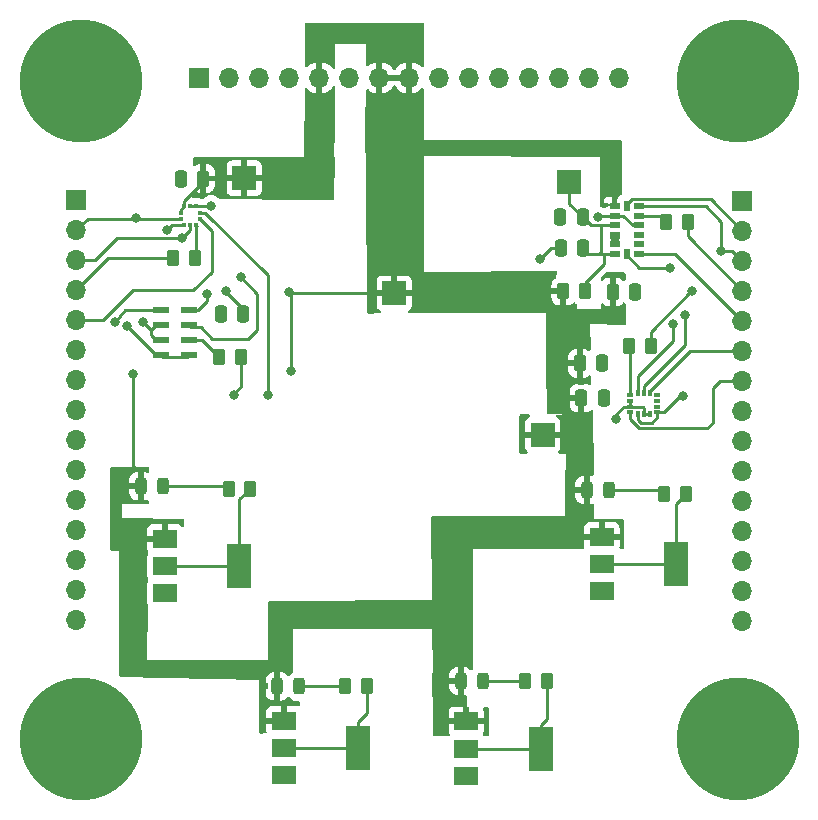
<source format=gbr>
%TF.GenerationSoftware,KiCad,Pcbnew,7.0.7*%
%TF.CreationDate,2024-02-10T01:20:28+05:30*%
%TF.ProjectId,Sensor_Stack,53656e73-6f72-45f5-9374-61636b2e6b69,rev?*%
%TF.SameCoordinates,Original*%
%TF.FileFunction,Copper,L1,Top*%
%TF.FilePolarity,Positive*%
%FSLAX46Y46*%
G04 Gerber Fmt 4.6, Leading zero omitted, Abs format (unit mm)*
G04 Created by KiCad (PCBNEW 7.0.7) date 2024-02-10 01:20:28*
%MOMM*%
%LPD*%
G01*
G04 APERTURE LIST*
G04 Aperture macros list*
%AMRoundRect*
0 Rectangle with rounded corners*
0 $1 Rounding radius*
0 $2 $3 $4 $5 $6 $7 $8 $9 X,Y pos of 4 corners*
0 Add a 4 corners polygon primitive as box body*
4,1,4,$2,$3,$4,$5,$6,$7,$8,$9,$2,$3,0*
0 Add four circle primitives for the rounded corners*
1,1,$1+$1,$2,$3*
1,1,$1+$1,$4,$5*
1,1,$1+$1,$6,$7*
1,1,$1+$1,$8,$9*
0 Add four rect primitives between the rounded corners*
20,1,$1+$1,$2,$3,$4,$5,0*
20,1,$1+$1,$4,$5,$6,$7,0*
20,1,$1+$1,$6,$7,$8,$9,0*
20,1,$1+$1,$8,$9,$2,$3,0*%
G04 Aperture macros list end*
%TA.AperFunction,SMDPad,CuDef*%
%ADD10R,2.000000X2.000000*%
%TD*%
%TA.AperFunction,SMDPad,CuDef*%
%ADD11RoundRect,0.250000X0.250000X0.475000X-0.250000X0.475000X-0.250000X-0.475000X0.250000X-0.475000X0*%
%TD*%
%TA.AperFunction,SMDPad,CuDef*%
%ADD12R,0.610000X0.350000*%
%TD*%
%TA.AperFunction,SMDPad,CuDef*%
%ADD13R,0.350000X0.610000*%
%TD*%
%TA.AperFunction,SMDPad,CuDef*%
%ADD14RoundRect,0.243750X0.243750X0.456250X-0.243750X0.456250X-0.243750X-0.456250X0.243750X-0.456250X0*%
%TD*%
%TA.AperFunction,SMDPad,CuDef*%
%ADD15R,0.400000X0.300000*%
%TD*%
%TA.AperFunction,SMDPad,CuDef*%
%ADD16R,0.300000X0.400000*%
%TD*%
%TA.AperFunction,SMDPad,CuDef*%
%ADD17RoundRect,0.250000X-0.262500X-0.450000X0.262500X-0.450000X0.262500X0.450000X-0.262500X0.450000X0*%
%TD*%
%TA.AperFunction,SMDPad,CuDef*%
%ADD18R,2.000000X1.500000*%
%TD*%
%TA.AperFunction,SMDPad,CuDef*%
%ADD19R,2.000000X3.800000*%
%TD*%
%TA.AperFunction,SMDPad,CuDef*%
%ADD20RoundRect,0.250000X-0.250000X-0.475000X0.250000X-0.475000X0.250000X0.475000X-0.250000X0.475000X0*%
%TD*%
%TA.AperFunction,ComponentPad*%
%ADD21R,1.700000X1.700000*%
%TD*%
%TA.AperFunction,ComponentPad*%
%ADD22O,1.700000X1.700000*%
%TD*%
%TA.AperFunction,ComponentPad*%
%ADD23C,10.400000*%
%TD*%
%TA.AperFunction,SMDPad,CuDef*%
%ADD24R,0.920000X0.610000*%
%TD*%
%TA.AperFunction,SMDPad,CuDef*%
%ADD25R,0.610000X0.920000*%
%TD*%
%TA.AperFunction,SMDPad,CuDef*%
%ADD26RoundRect,0.250000X0.262500X0.450000X-0.262500X0.450000X-0.262500X-0.450000X0.262500X-0.450000X0*%
%TD*%
%TA.AperFunction,SMDPad,CuDef*%
%ADD27RoundRect,0.021200X-0.633800X-0.243800X0.633800X-0.243800X0.633800X0.243800X-0.633800X0.243800X0*%
%TD*%
%TA.AperFunction,ViaPad*%
%ADD28C,0.800000*%
%TD*%
%TA.AperFunction,Conductor*%
%ADD29C,0.250000*%
%TD*%
G04 APERTURE END LIST*
D10*
%TO.P,TP_ADXL,1,1*%
%TO.N,Net-(U4-Vs)*%
X138938000Y-58826400D03*
%TD*%
D11*
%TO.P,C6,1*%
%TO.N,GND*%
X141716800Y-74168000D03*
%TO.P,C6,2*%
%TO.N,3.3V*%
X139816800Y-74168000D03*
%TD*%
%TO.P,C4,1*%
%TO.N,Net-(U4-Vs)*%
X140091200Y-64414400D03*
%TO.P,C4,2*%
%TO.N,GND*%
X138191200Y-64414400D03*
%TD*%
D12*
%TO.P,U5,1,SDO/SA0*%
%TO.N,Net-(U5-SDO{slash}SA0)*%
X144068800Y-76825600D03*
%TO.P,U5,2,SDX*%
%TO.N,GND*%
X144068800Y-77325600D03*
%TO.P,U5,3,SCX*%
X144068800Y-77825600D03*
%TO.P,U5,4,INT1*%
%TO.N,INT_LSM*%
X144068800Y-78325600D03*
D13*
%TO.P,U5,5,VDDIO*%
%TO.N,3.3V*%
X144728800Y-78485600D03*
%TO.P,U5,6,GND*%
%TO.N,GND*%
X145228800Y-78485600D03*
%TO.P,U5,7,GND*%
X145728800Y-78485600D03*
D12*
%TO.P,U5,8,VDD*%
%TO.N,3.3V*%
X146388800Y-78325600D03*
%TO.P,U5,9,INT2*%
%TO.N,unconnected-(U5-INT2-Pad9)*%
X146388800Y-77825600D03*
%TO.P,U5,10,OCS_AUX*%
%TO.N,unconnected-(U5-OCS_AUX-Pad10)*%
X146388800Y-77325600D03*
%TO.P,U5,11,SDO_AUX*%
%TO.N,unconnected-(U5-SDO_AUX-Pad11)*%
X146388800Y-76825600D03*
D13*
%TO.P,U5,12,CS*%
%TO.N,CS_LSM*%
X145728800Y-76665600D03*
%TO.P,U5,13,SCL*%
%TO.N,SCLK_SPI2*%
X145228800Y-76665600D03*
%TO.P,U5,14,SDA*%
%TO.N,MOSI_SPI2*%
X144728800Y-76665600D03*
%TD*%
D14*
%TO.P,LED_LSM,1,K*%
%TO.N,Net-(DS4-K)*%
X131622800Y-101066600D03*
%TO.P,LED_LSM,2,A*%
%TO.N,3.3V*%
X129747800Y-101066600D03*
%TD*%
D15*
%TO.P,U2,1,VDD_IO*%
%TO.N,3.3V*%
X106032400Y-61421200D03*
%TO.P,U2,2,SCL/SPC*%
%TO.N,SCLK_SPI1*%
X106032400Y-61921200D03*
D16*
%TO.P,U2,3,RES*%
%TO.N,GND*%
X106332400Y-62471200D03*
%TO.P,U2,4,SDA/SDI/SDO*%
%TO.N,MOSI_SPI1*%
X106832400Y-62471200D03*
%TO.P,U2,5,SDO/SA0*%
%TO.N,Net-(U2-SDO{slash}SA0)*%
X107332400Y-62471200D03*
D15*
%TO.P,U2,6,CS*%
%TO.N,CS_LPS*%
X107632400Y-61921200D03*
%TO.P,U2,7,INT_DRDY*%
%TO.N,INT_LPS*%
X107632400Y-61421200D03*
D16*
%TO.P,U2,8,GND*%
%TO.N,GND*%
X107332400Y-60871200D03*
%TO.P,U2,9,GND*%
X106832400Y-60871200D03*
%TO.P,U2,10,VDD*%
%TO.N,3.3V*%
X106332400Y-60871200D03*
%TD*%
D17*
%TO.P,R4,1*%
%TO.N,Net-(U4-SDO)*%
X147118700Y-62230000D03*
%TO.P,R4,2*%
%TO.N,MISO_SPI2*%
X148943700Y-62230000D03*
%TD*%
D14*
%TO.P,LED_ADXL,1,K*%
%TO.N,Net-(DS3-K)*%
X116075700Y-101523800D03*
%TO.P,LED_ADXL,2,A*%
%TO.N,3.3V*%
X114200700Y-101523800D03*
%TD*%
D17*
%TO.P,R2,1*%
%TO.N,MISO_SPI1*%
X105411900Y-65278000D03*
%TO.P,R2,2*%
%TO.N,Net-(U2-SDO{slash}SA0)*%
X107236900Y-65278000D03*
%TD*%
D11*
%TO.P,C2,1*%
%TO.N,3.3V*%
X107934800Y-58521600D03*
%TO.P,C2,2*%
%TO.N,GND*%
X106034800Y-58521600D03*
%TD*%
D14*
%TO.P,LED_LPS22,1,K*%
%TO.N,Net-(DS2-K)*%
X142263500Y-84886800D03*
%TO.P,LED_LPS22,2,A*%
%TO.N,3.3V*%
X140388500Y-84886800D03*
%TD*%
D17*
%TO.P,R1,1*%
%TO.N,Net-(U1-SDO)*%
X109272700Y-73629200D03*
%TO.P,R1,2*%
%TO.N,MISO_SPI1*%
X111097700Y-73629200D03*
%TD*%
%TO.P,R3,1*%
%TO.N,3.3V*%
X138421100Y-68072000D03*
%TO.P,R3,2*%
%TO.N,Net-(U4-Vs)*%
X140246100Y-68072000D03*
%TD*%
%TO.P,R9,1*%
%TO.N,Net-(DS4-K)*%
X135180700Y-101066600D03*
%TO.P,R9,2*%
%TO.N,Net-(Q4-C)*%
X137005700Y-101066600D03*
%TD*%
D18*
%TO.P,Q2,1,B*%
%TO.N,3.3V*%
X141680800Y-88886000D03*
%TO.P,Q2,2,C*%
%TO.N,Net-(Q2-C)*%
X141680800Y-91186000D03*
D19*
X147980800Y-91186000D03*
D18*
%TO.P,Q2,3,E*%
%TO.N,GND*%
X141680800Y-93486000D03*
%TD*%
%TO.P,Q4,1,B*%
%TO.N,3.3V*%
X130200000Y-104481600D03*
%TO.P,Q4,2,C*%
%TO.N,Net-(Q4-C)*%
X130200000Y-106781600D03*
D19*
X136500000Y-106781600D03*
D18*
%TO.P,Q4,3,E*%
%TO.N,GND*%
X130200000Y-109081600D03*
%TD*%
D10*
%TO.P,TP_MS5607,1,1*%
%TO.N,3.3V*%
X111404400Y-58496200D03*
%TD*%
D14*
%TO.P,LED_MS5607,1,K*%
%TO.N,Net-(DS1-K)*%
X104518700Y-84582000D03*
%TO.P,LED_MS5607,2,A*%
%TO.N,3.3V*%
X102643700Y-84582000D03*
%TD*%
D17*
%TO.P,R6,1*%
%TO.N,Net-(DS1-K)*%
X110085500Y-84785200D03*
%TO.P,R6,2*%
%TO.N,Net-(Q1-C)*%
X111910500Y-84785200D03*
%TD*%
D20*
%TO.P,C5,1*%
%TO.N,3.3V*%
X142600000Y-68122800D03*
%TO.P,C5,2*%
%TO.N,GND*%
X144500000Y-68122800D03*
%TD*%
D17*
%TO.P,R7,1*%
%TO.N,Net-(DS2-K)*%
X146966700Y-85228400D03*
%TO.P,R7,2*%
%TO.N,Net-(Q2-C)*%
X148791700Y-85228400D03*
%TD*%
D18*
%TO.P,Q3,1,B*%
%TO.N,3.3V*%
X114756800Y-104430800D03*
%TO.P,Q3,2,C*%
%TO.N,Net-(Q3-C)*%
X114756800Y-106730800D03*
D19*
X121056800Y-106730800D03*
D18*
%TO.P,Q3,3,E*%
%TO.N,GND*%
X114756800Y-109030800D03*
%TD*%
D10*
%TO.P,TP_LPS22,1,1*%
%TO.N,3.3V*%
X124104400Y-68249800D03*
%TD*%
D21*
%TO.P,U6,1*%
%TO.N,CS_ADXL*%
X153574400Y-60396200D03*
D22*
%TO.P,U6,2*%
%TO.N,SCLK_SPI2*%
X153574400Y-62936200D03*
%TO.P,U6,3*%
%TO.N,MOSI_SPI2*%
X153574400Y-65476200D03*
%TO.P,U6,4*%
%TO.N,MISO_SPI2*%
X153574400Y-68016200D03*
%TO.P,U6,5*%
%TO.N,INT_ADXL*%
X153574400Y-70556200D03*
%TO.P,U6,6*%
%TO.N,CS_LSM*%
X153574400Y-73096200D03*
%TO.P,U6,7*%
%TO.N,INT_LSM*%
X153574400Y-75636200D03*
%TO.P,U6,8*%
%TO.N,unconnected-(U6-Pad8)*%
X153574400Y-78176200D03*
%TO.P,U6,9*%
%TO.N,unconnected-(U6-Pad9)*%
X153574400Y-80716200D03*
%TO.P,U6,10*%
%TO.N,INT_LPS*%
X153574400Y-83256200D03*
%TO.P,U6,11*%
%TO.N,unconnected-(U6-Pad11)*%
X153574400Y-85796200D03*
%TO.P,U6,12*%
%TO.N,unconnected-(U6-Pad12)*%
X153574400Y-88336200D03*
%TO.P,U6,13*%
%TO.N,unconnected-(U6-Pad13)*%
X153574400Y-90876200D03*
%TO.P,U6,14*%
%TO.N,unconnected-(U6-Pad14)*%
X153574400Y-93416200D03*
%TO.P,U6,15*%
%TO.N,unconnected-(U6-Pad15)*%
X153574400Y-95956200D03*
%TO.P,U6,16*%
%TO.N,unconnected-(U6-Pad16)*%
X97174400Y-95926200D03*
%TO.P,U6,17*%
%TO.N,unconnected-(U6-Pad17)*%
X97174400Y-93386200D03*
%TO.P,U6,18*%
%TO.N,unconnected-(U6-Pad18)*%
X97174400Y-90846200D03*
%TO.P,U6,19*%
%TO.N,unconnected-(U6-Pad19)*%
X97174400Y-88306200D03*
%TO.P,U6,20*%
%TO.N,unconnected-(U6-Pad20)*%
X97174400Y-85766200D03*
%TO.P,U6,21*%
%TO.N,unconnected-(U6-Pad21)*%
X97174400Y-83226200D03*
%TO.P,U6,22*%
%TO.N,unconnected-(U6-Pad22)*%
X97174400Y-80686200D03*
%TO.P,U6,23*%
%TO.N,unconnected-(U6-Pad23)*%
X97174400Y-78146200D03*
%TO.P,U6,24*%
%TO.N,unconnected-(U6-Pad24)*%
X97174400Y-75606200D03*
%TO.P,U6,25*%
%TO.N,unconnected-(U6-Pad25)*%
X97174400Y-73066200D03*
%TO.P,U6,26*%
%TO.N,CS_LPS*%
X97174400Y-70526200D03*
%TO.P,U6,27*%
%TO.N,MISO_SPI1*%
X97174400Y-67986200D03*
%TO.P,U6,28*%
%TO.N,MOSI_SPI1*%
X97174400Y-65446200D03*
%TO.P,U6,29*%
%TO.N,SCLK_SPI1*%
X97174400Y-62906200D03*
D21*
%TO.P,U6,30*%
%TO.N,CS_MS5607*%
X97174400Y-60366200D03*
%TO.P,U6,31*%
%TO.N,unconnected-(U6-Pad31)*%
X107599400Y-49981200D03*
D22*
%TO.P,U6,32*%
%TO.N,unconnected-(U6-Pad32)*%
X110139400Y-49981200D03*
%TO.P,U6,33*%
%TO.N,unconnected-(U6-Pad33)*%
X112679400Y-49981200D03*
%TO.P,U6,34*%
%TO.N,unconnected-(U6-Pad34)*%
X115219400Y-49981200D03*
%TO.P,U6,35*%
%TO.N,3.3V*%
X117759400Y-49981200D03*
%TO.P,U6,36*%
%TO.N,unconnected-(U6-Pad36)*%
X120299400Y-49981200D03*
%TO.P,U6,37*%
%TO.N,3.3V*%
X122839400Y-49981200D03*
%TO.P,U6,38*%
X125379400Y-49981200D03*
%TO.P,U6,39*%
%TO.N,unconnected-(U6-Pad39)*%
X127919400Y-49981200D03*
%TO.P,U6,40*%
%TO.N,unconnected-(U6-Pad40)*%
X130459400Y-49981200D03*
%TO.P,U6,41*%
%TO.N,unconnected-(U6-Pad41)*%
X132999400Y-49981200D03*
%TO.P,U6,42*%
%TO.N,unconnected-(U6-Pad42)*%
X135539400Y-49981200D03*
%TO.P,U6,43*%
%TO.N,unconnected-(U6-Pad43)*%
X138079400Y-49981200D03*
%TO.P,U6,44*%
%TO.N,unconnected-(U6-Pad44)*%
X140619400Y-49981200D03*
%TO.P,U6,45*%
%TO.N,unconnected-(U6-Pad45)*%
X143159400Y-49981200D03*
D23*
%TO.P,U6,49,1*%
%TO.N,GND*%
X153174400Y-105981200D03*
%TO.P,U6,50,1*%
X97574400Y-105981200D03*
%TO.P,U6,51,1*%
X97574400Y-50281200D03*
%TO.P,U6,52,1*%
X153174400Y-50296200D03*
%TD*%
D10*
%TO.P,TP_LSM,1,1*%
%TO.N,3.3V*%
X136677400Y-80213200D03*
%TD*%
D24*
%TO.P,U4,1,Vdd/io*%
%TO.N,3.3V*%
X142788000Y-60871600D03*
%TO.P,U4,2,GND*%
%TO.N,GND*%
X142788000Y-61671600D03*
%TO.P,U4,3,Reserved*%
%TO.N,Net-(U4-Vs)*%
X142788000Y-62471600D03*
%TO.P,U4,4,GND*%
%TO.N,GND*%
X142788000Y-63271600D03*
%TO.P,U4,5,GND*%
X142788000Y-64071600D03*
%TO.P,U4,6,Vs*%
%TO.N,Net-(U4-Vs)*%
X142788000Y-64871600D03*
D25*
%TO.P,U4,7,CS*%
%TO.N,CS_ADXL*%
X143798000Y-64881600D03*
D24*
%TO.P,U4,8,INT1*%
%TO.N,INT_ADXL*%
X144808000Y-64871600D03*
%TO.P,U4,9,INT2*%
%TO.N,unconnected-(U4-INT2-Pad9)*%
X144808000Y-64071600D03*
%TO.P,U4,10,NC*%
%TO.N,unconnected-(U4-NC-Pad10)*%
X144808000Y-63271600D03*
%TO.P,U4,11,Reserved*%
%TO.N,GND*%
X144808000Y-62471600D03*
%TO.P,U4,12,SDO*%
%TO.N,Net-(U4-SDO)*%
X144808000Y-61671600D03*
%TO.P,U4,13,SDA/SDI/SDIO*%
%TO.N,MOSI_SPI2*%
X144808000Y-60871600D03*
D25*
%TO.P,U4,14,SCL/SCLK*%
%TO.N,SCLK_SPI2*%
X143798000Y-60861600D03*
%TD*%
D20*
%TO.P,C7,1*%
%TO.N,3.3V*%
X139952400Y-77106400D03*
%TO.P,C7,2*%
%TO.N,GND*%
X141852400Y-77106400D03*
%TD*%
D11*
%TO.P,C1,1*%
%TO.N,3.3V*%
X111338400Y-70002400D03*
%TO.P,C1,2*%
%TO.N,GND*%
X109438400Y-70002400D03*
%TD*%
%TO.P,C3,1*%
%TO.N,Net-(U4-Vs)*%
X140074400Y-61804800D03*
%TO.P,C3,2*%
%TO.N,GND*%
X138174400Y-61804800D03*
%TD*%
D18*
%TO.P,Q1,1,B*%
%TO.N,3.3V*%
X104698400Y-89038400D03*
%TO.P,Q1,2,C*%
%TO.N,Net-(Q1-C)*%
X104698400Y-91338400D03*
D19*
X110998400Y-91338400D03*
D18*
%TO.P,Q1,3,E*%
%TO.N,GND*%
X104698400Y-93638400D03*
%TD*%
D26*
%TO.P,R5,1*%
%TO.N,MISO_SPI2*%
X145844900Y-72694800D03*
%TO.P,R5,2*%
%TO.N,Net-(U5-SDO{slash}SA0)*%
X144019900Y-72694800D03*
%TD*%
D17*
%TO.P,R8,1*%
%TO.N,Net-(DS3-K)*%
X119964200Y-101523800D03*
%TO.P,R8,2*%
%TO.N,Net-(Q3-C)*%
X121789200Y-101523800D03*
%TD*%
D27*
%TO.P,U1,1,VDD*%
%TO.N,3.3V*%
X104330800Y-69686800D03*
%TO.P,U1,2,PS*%
%TO.N,GND*%
X104330800Y-70936800D03*
%TO.P,U1,3,GND*%
X104330800Y-72186800D03*
%TO.P,U1,4,~{CSB}*%
%TO.N,CS_MS5607*%
X104330800Y-73436800D03*
%TO.P,U1,5,~{CSB}*%
X106730800Y-73436800D03*
%TO.P,U1,6,SDO*%
%TO.N,Net-(U1-SDO)*%
X106730800Y-72186800D03*
%TO.P,U1,7,SDI/SDA*%
%TO.N,MOSI_SPI1*%
X106730800Y-70936800D03*
%TO.P,U1,8,SCLK*%
%TO.N,SCLK_SPI1*%
X106730800Y-69686800D03*
%TD*%
D28*
%TO.N,GND*%
X108610400Y-60833000D03*
X106070400Y-58547000D03*
X141370325Y-61797100D03*
X141732000Y-93573600D03*
X138201400Y-61772800D03*
X104622600Y-93675200D03*
X130225800Y-109143800D03*
X141732000Y-74168000D03*
X109524800Y-69900800D03*
X142900400Y-78841600D03*
X136448800Y-65328800D03*
X114731800Y-109270800D03*
X142798800Y-63550800D03*
X141833600Y-77114400D03*
X102819200Y-70662800D03*
X144526000Y-68173600D03*
X104851200Y-62890400D03*
%TO.N,3.3V*%
X109880400Y-68072000D03*
X115392200Y-74803000D03*
X140157200Y-81584800D03*
X148539200Y-76962000D03*
X100482400Y-70637400D03*
X101955600Y-75082400D03*
X115214400Y-68122800D03*
%TO.N,MISO_SPI1*%
X110540800Y-76809600D03*
%TO.N,CS_MS5607*%
X101447600Y-70967600D03*
%TO.N,MISO_SPI2*%
X149301200Y-68072000D03*
%TO.N,MOSI_SPI1*%
X111099600Y-66852800D03*
X106111800Y-63591800D03*
%TO.N,INT_LPS*%
X113385600Y-76809600D03*
%TO.N,SCLK_SPI1*%
X108254800Y-68275200D03*
X102260400Y-61874400D03*
%TO.N,CS_ADXL*%
X147421600Y-66090800D03*
%TO.N,SCLK_SPI2*%
X148742400Y-70053200D03*
%TO.N,MOSI_SPI2*%
X147675600Y-70866000D03*
X151790400Y-64617600D03*
%TD*%
D29*
%TO.N,GND*%
X141680800Y-93624800D02*
X141732000Y-93573600D01*
X150074000Y-109081600D02*
X153174400Y-105981200D01*
X143513800Y-77825600D02*
X144068800Y-77825600D01*
X104292400Y-94044400D02*
X104622600Y-93714200D01*
X104330800Y-72186800D02*
X103914608Y-72186800D01*
X103914782Y-70936800D02*
X104330800Y-70936800D01*
X130200000Y-109081600D02*
X130225800Y-109143800D01*
X104622600Y-93675200D02*
X104661600Y-93675200D01*
X145123800Y-77825600D02*
X144068800Y-77825600D01*
X143498000Y-61671600D02*
X144298000Y-62471600D01*
X106332400Y-62471200D02*
X105270400Y-62471200D01*
X103914608Y-72186800D02*
X103529060Y-71801252D01*
X142798800Y-63550800D02*
X142788000Y-63561600D01*
X145228800Y-78485600D02*
X145228800Y-77930600D01*
X103529060Y-71322522D02*
X102869338Y-70662800D01*
X137363200Y-64414400D02*
X136448800Y-65328800D01*
X108572200Y-60871200D02*
X108610400Y-60833000D01*
X102869338Y-70662800D02*
X102819200Y-70662800D01*
X103529060Y-71322522D02*
X103914782Y-70936800D01*
X138191200Y-64414400D02*
X137363200Y-64414400D01*
X141495825Y-61671600D02*
X142788000Y-61671600D01*
X106034800Y-58521600D02*
X106009400Y-58521600D01*
X114756800Y-109245800D02*
X114731800Y-109270800D01*
X104622600Y-93714200D02*
X104622600Y-93675200D01*
X141732000Y-93573600D02*
X141680800Y-93522400D01*
X106070400Y-58547000D02*
X106060200Y-58521600D01*
X103529060Y-71801252D02*
X103529060Y-71322522D01*
X100624000Y-109030800D02*
X97574400Y-105981200D01*
X142788000Y-61671600D02*
X143498000Y-61671600D01*
X142900400Y-78841600D02*
X142900400Y-78439000D01*
X105270400Y-62471200D02*
X104851200Y-62890400D01*
X142788000Y-63561600D02*
X142788000Y-64071600D01*
X106009400Y-58521600D02*
X106070400Y-58547000D01*
X141370325Y-61797100D02*
X141495825Y-61671600D01*
X144298000Y-62471600D02*
X144808000Y-62471600D01*
X145228800Y-78485600D02*
X145728800Y-78485600D01*
X114756800Y-109030800D02*
X114756800Y-109245800D01*
X107332400Y-60871200D02*
X108572200Y-60871200D01*
X114756800Y-109295800D02*
X114756800Y-109626000D01*
X142900400Y-78439000D02*
X143513800Y-77825600D01*
X141680800Y-93522400D02*
X141680800Y-93486000D01*
X104661600Y-93675200D02*
X104698400Y-93638400D01*
X144068800Y-77325600D02*
X144068800Y-77825600D01*
X114731800Y-109270800D02*
X114756800Y-109295800D01*
X106060200Y-58521600D02*
X105814800Y-58521600D01*
X142788000Y-63271600D02*
X142788000Y-63540000D01*
X142788000Y-63540000D02*
X142798800Y-63550800D01*
X145228800Y-77930600D02*
X145123800Y-77825600D01*
X106832400Y-60871200D02*
X107332400Y-60871200D01*
%TO.N,3.3V*%
X101306000Y-69686800D02*
X100482400Y-70637400D01*
X115392200Y-68300600D02*
X115214400Y-68122800D01*
X144728800Y-78949914D02*
X145033286Y-79254400D01*
X146388800Y-78325600D02*
X146943800Y-78325600D01*
X148307400Y-76962000D02*
X148539200Y-76962000D01*
X111338400Y-70002400D02*
X111338400Y-69580800D01*
X101955600Y-75082400D02*
X101955600Y-82804000D01*
X101955600Y-82804000D02*
X102311200Y-83159600D01*
X144728800Y-78485600D02*
X144728800Y-78949914D01*
X104330800Y-69686800D02*
X101306000Y-69686800D01*
X106032400Y-61421200D02*
X106032400Y-61171200D01*
X140415600Y-70307200D02*
X139903200Y-70307200D01*
X106332400Y-60421200D02*
X107934800Y-58818800D01*
X145033286Y-79254400D02*
X145885000Y-79254400D01*
X115392200Y-74803000D02*
X115392200Y-68300600D01*
X100482400Y-70637400D02*
X100482400Y-70510400D01*
X148539200Y-76962000D02*
X148488400Y-76962000D01*
X109829600Y-68072000D02*
X109880400Y-68122800D01*
X146388800Y-78750600D02*
X146388800Y-78325600D01*
X111338400Y-69580800D02*
X109880400Y-68122800D01*
X109880400Y-68072000D02*
X109829600Y-68072000D01*
X107934800Y-58818800D02*
X107934800Y-58521600D01*
X115214400Y-68122800D02*
X115341400Y-68249800D01*
X145885000Y-79254400D02*
X146388800Y-78750600D01*
X106332400Y-60871200D02*
X106332400Y-60421200D01*
X109880400Y-68122800D02*
X109880400Y-68072000D01*
X146943800Y-78325600D02*
X148307400Y-76962000D01*
X106032400Y-61171200D02*
X106332400Y-60871200D01*
X115341400Y-68249800D02*
X124104400Y-68249800D01*
X101955600Y-75082400D02*
X101854000Y-74930000D01*
%TO.N,Net-(DS3-K)*%
X116075700Y-101523800D02*
X119964200Y-101523800D01*
%TO.N,Net-(DS4-K)*%
X131622800Y-101066600D02*
X135180700Y-101066600D01*
%TO.N,Net-(Q3-C)*%
X121789200Y-103762800D02*
X121056800Y-104495200D01*
X121056800Y-104495200D02*
X121056800Y-106730800D01*
X121789200Y-101523800D02*
X121789200Y-103762800D01*
X114756800Y-106730800D02*
X121056800Y-106730800D01*
%TO.N,Net-(Q4-C)*%
X130200000Y-106781600D02*
X136500000Y-106781600D01*
X137005700Y-101066600D02*
X137005700Y-104294300D01*
X136500000Y-104800000D02*
X136500000Y-106781600D01*
X137005700Y-104294300D02*
X136500000Y-104800000D01*
%TO.N,MISO_SPI1*%
X99882600Y-65278000D02*
X99877700Y-65282900D01*
X111097700Y-73814300D02*
X110947200Y-73964800D01*
X110540800Y-76708000D02*
X110540800Y-76809600D01*
X111097700Y-76151100D02*
X110540800Y-76708000D01*
X110439200Y-76809600D02*
X110490000Y-76758800D01*
X110540800Y-76809600D02*
X110439200Y-76809600D01*
X111097700Y-73629200D02*
X111097700Y-76151100D01*
X99877700Y-65282900D02*
X97174400Y-67986200D01*
X111097700Y-73629200D02*
X111097700Y-73814300D01*
X105411900Y-65278000D02*
X99882600Y-65278000D01*
%TO.N,CS_MS5607*%
X101447600Y-70968358D02*
X101447600Y-70967600D01*
X106544990Y-73622610D02*
X106730800Y-73436800D01*
X104516610Y-73622610D02*
X106544990Y-73622610D01*
X104330800Y-73436800D02*
X104516610Y-73622610D01*
X103916042Y-73436800D02*
X101447600Y-70968358D01*
X104330800Y-73436800D02*
X103916042Y-73436800D01*
%TO.N,Net-(U1-SDO)*%
X107830300Y-72186800D02*
X106730800Y-72186800D01*
X109272700Y-73629200D02*
X107830300Y-72186800D01*
%TO.N,MISO_SPI2*%
X148943700Y-63385500D02*
X153574400Y-68016200D01*
X149301200Y-68072000D02*
X149301200Y-68021200D01*
X148943700Y-62230000D02*
X148943700Y-63385500D01*
X149250400Y-68072000D02*
X145844900Y-71477500D01*
X149250400Y-68072000D02*
X149301200Y-68072000D01*
X149301200Y-68021200D02*
X149250400Y-68072000D01*
X145844900Y-71477500D02*
X145844900Y-72694800D01*
%TO.N,MOSI_SPI1*%
X100644600Y-63591800D02*
X98790200Y-65446200D01*
X112522000Y-71323200D02*
X112522000Y-68275200D01*
X112522000Y-68275200D02*
X111099600Y-66852800D01*
X106730800Y-70936800D02*
X106918000Y-71124000D01*
X106111800Y-63591800D02*
X100644600Y-63591800D01*
X106832400Y-62871200D02*
X106492600Y-63211000D01*
X106918000Y-71124000D02*
X107700000Y-71124000D01*
X106832400Y-62471200D02*
X106832400Y-62871200D01*
X98790200Y-65446200D02*
X97174400Y-65446200D01*
X108661200Y-72085200D02*
X111760000Y-72085200D01*
X106492600Y-63211000D02*
X106111800Y-63591800D01*
X111760000Y-72085200D02*
X112522000Y-71323200D01*
X107700000Y-71124000D02*
X108661200Y-72085200D01*
%TO.N,Net-(U2-SDO{slash}SA0)*%
X107332400Y-62471200D02*
X107332400Y-65182500D01*
X107389300Y-62528100D02*
X107332400Y-62471200D01*
X107332400Y-65182500D02*
X107236900Y-65278000D01*
%TO.N,INT_LPS*%
X113385600Y-76758800D02*
X113385600Y-76809600D01*
X113385600Y-66724400D02*
X108082400Y-61421200D01*
X108082400Y-61421200D02*
X107632400Y-61421200D01*
X113385600Y-76809600D02*
X113385600Y-66724400D01*
%TO.N,SCLK_SPI1*%
X102260400Y-61874400D02*
X102213600Y-61921200D01*
X107452800Y-69686800D02*
X108254800Y-68884800D01*
X106032400Y-61921200D02*
X102307200Y-61921200D01*
X106730800Y-69686800D02*
X107452800Y-69686800D01*
X102213600Y-61921200D02*
X98159400Y-61921200D01*
X102307200Y-61921200D02*
X102260400Y-61874400D01*
X98159400Y-61921200D02*
X97174400Y-62906200D01*
X108254800Y-68884800D02*
X108254800Y-68275200D01*
%TO.N,CS_ADXL*%
X147421600Y-66090800D02*
X147370800Y-66090800D01*
X144852200Y-66090800D02*
X147421600Y-66090800D01*
X153573400Y-60396200D02*
X153574400Y-60396200D01*
X143798000Y-65036600D02*
X144852200Y-66090800D01*
X143798000Y-64881600D02*
X143798000Y-65036600D01*
%TO.N,SCLK_SPI2*%
X148742400Y-72597000D02*
X148742400Y-70053200D01*
X145228800Y-76110600D02*
X148742400Y-72597000D01*
X145228800Y-76665600D02*
X145228800Y-76110600D01*
X143798000Y-60706600D02*
X144213000Y-60291600D01*
X143798000Y-60861600D02*
X143798000Y-60706600D01*
X150929800Y-60291600D02*
X153574400Y-62936200D01*
X144213000Y-60291600D02*
X150929800Y-60291600D01*
%TO.N,MOSI_SPI2*%
X147675600Y-72319062D02*
X147675600Y-70866000D01*
X151790400Y-62179200D02*
X151790400Y-64617600D01*
X149053462Y-60858400D02*
X150469600Y-60858400D01*
X147675600Y-70866000D02*
X147675600Y-70916800D01*
X144728800Y-75265862D02*
X147675600Y-72319062D01*
X152715800Y-64617600D02*
X153574400Y-65476200D01*
X149040262Y-60871600D02*
X149053462Y-60858400D01*
X144728800Y-76665600D02*
X144728800Y-75265862D01*
X150469600Y-60858400D02*
X151790400Y-62179200D01*
X151790400Y-64617600D02*
X152715800Y-64617600D01*
X144808000Y-60871600D02*
X149040262Y-60871600D01*
%TO.N,INT_ADXL*%
X144808000Y-64871600D02*
X147889800Y-64871600D01*
X147889800Y-64871600D02*
X153574400Y-70556200D01*
%TO.N,CS_LSM*%
X149168200Y-73096200D02*
X153574400Y-73096200D01*
X145728800Y-76535600D02*
X149168200Y-73096200D01*
X145728800Y-76665600D02*
X145728800Y-76535600D01*
%TO.N,INT_LSM*%
X150622000Y-79654400D02*
X151053800Y-79222600D01*
X144068800Y-78855600D02*
X144867600Y-79654400D01*
X151053800Y-76276200D02*
X151693800Y-75636200D01*
X151053800Y-79222600D02*
X151053800Y-76276200D01*
X144068800Y-78325600D02*
X144068800Y-78855600D01*
X151693800Y-75636200D02*
X153574400Y-75636200D01*
X144867600Y-79654400D02*
X150622000Y-79654400D01*
%TO.N,Net-(U4-Vs)*%
X138938000Y-60668400D02*
X140074400Y-61804800D01*
X140741200Y-62471600D02*
X141579600Y-62471600D01*
X141478000Y-64871600D02*
X140548400Y-64871600D01*
X141833600Y-65786000D02*
X141833600Y-64871600D01*
X140246100Y-67373500D02*
X141833600Y-65786000D01*
X141579600Y-62471600D02*
X142788000Y-62471600D01*
X140074400Y-61804800D02*
X140741200Y-62471600D01*
X141579600Y-62471600D02*
X141579600Y-64770000D01*
X141833600Y-64871600D02*
X142788000Y-64871600D01*
X140246100Y-68072000D02*
X140246100Y-67373500D01*
X141579600Y-64770000D02*
X141478000Y-64871600D01*
X141478000Y-64871600D02*
X141833600Y-64871600D01*
X138938000Y-58826400D02*
X138938000Y-60668400D01*
X140548400Y-64871600D02*
X140091200Y-64414400D01*
%TO.N,Net-(U4-SDO)*%
X144808000Y-61671600D02*
X146560300Y-61671600D01*
X146560300Y-61671600D02*
X147118700Y-62230000D01*
%TO.N,Net-(U5-SDO{slash}SA0)*%
X144019900Y-72694800D02*
X144068800Y-72743700D01*
X144068800Y-72743700D02*
X144068800Y-76825600D01*
%TO.N,Net-(DS1-K)*%
X109882300Y-84582000D02*
X110085500Y-84785200D01*
X104981200Y-84582000D02*
X109882300Y-84582000D01*
%TO.N,Net-(DS2-K)*%
X142726000Y-84886800D02*
X146625100Y-84886800D01*
X146625100Y-84886800D02*
X146966700Y-85228400D01*
%TO.N,Net-(Q1-C)*%
X110998400Y-85697300D02*
X110998400Y-91338400D01*
X104698400Y-91338400D02*
X110998400Y-91338400D01*
X111910500Y-84785200D02*
X110998400Y-85697300D01*
%TO.N,Net-(Q2-C)*%
X141680800Y-91186000D02*
X147980800Y-91186000D01*
X147980800Y-91186000D02*
X147980800Y-86039300D01*
X147980800Y-86039300D02*
X148791700Y-85228400D01*
%TO.N,CS_LPS*%
X107632400Y-61921200D02*
X108661200Y-62950000D01*
X108661200Y-62950000D02*
X108661200Y-66395600D01*
X99450600Y-70526200D02*
X97174400Y-70526200D01*
X102006400Y-67970400D02*
X99450600Y-70526200D01*
X107086400Y-67970400D02*
X102006400Y-67970400D01*
X108661200Y-66395600D02*
X107086400Y-67970400D01*
%TD*%
%TA.AperFunction,Conductor*%
%TO.N,3.3V*%
G36*
X118907151Y-60374560D02*
G01*
X118901347Y-60375800D01*
X116587786Y-60375800D01*
X116520747Y-60356115D01*
X116512258Y-60349244D01*
X118907151Y-60374560D01*
G37*
%TD.AperFunction*%
%TA.AperFunction,Conductor*%
G36*
X117936910Y-50480707D02*
G01*
X117989714Y-50526461D01*
X118009399Y-50593501D01*
X118009399Y-51311833D01*
X118222883Y-51254633D01*
X118222892Y-51254629D01*
X118436978Y-51154800D01*
X118630482Y-51019305D01*
X118797508Y-50852279D01*
X118872068Y-50745797D01*
X118926645Y-50702172D01*
X118996143Y-50694978D01*
X119058498Y-50726501D01*
X119093912Y-50786731D01*
X119097639Y-50817870D01*
X119025343Y-60252750D01*
X119025240Y-60253089D01*
X119049800Y-56667400D01*
X116503468Y-56678166D01*
X116502885Y-56337164D01*
X116531033Y-50960729D01*
X116551068Y-50893796D01*
X116604111Y-50848319D01*
X116673320Y-50838737D01*
X116736723Y-50868094D01*
X116742712Y-50873700D01*
X116888317Y-51019305D01*
X117081821Y-51154800D01*
X117295907Y-51254629D01*
X117295916Y-51254633D01*
X117509400Y-51311834D01*
X117509400Y-50593501D01*
X117529085Y-50526462D01*
X117581889Y-50480707D01*
X117651047Y-50470763D01*
X117723637Y-50481200D01*
X117723638Y-50481200D01*
X117795162Y-50481200D01*
X117795163Y-50481200D01*
X117867752Y-50470763D01*
X117936910Y-50480707D01*
G37*
%TD.AperFunction*%
%TA.AperFunction,Conductor*%
G36*
X126562039Y-45333285D02*
G01*
X126607794Y-45386089D01*
X126619000Y-45437600D01*
X126619000Y-48716826D01*
X126599315Y-48783865D01*
X126593600Y-48790974D01*
X126593600Y-48437800D01*
X121742200Y-48437800D01*
X121742200Y-47117000D01*
X119126000Y-47117000D01*
X119110309Y-49164523D01*
X119090112Y-49231410D01*
X119036959Y-49276759D01*
X118967726Y-49286172D01*
X118904395Y-49256661D01*
X118884738Y-49234696D01*
X118797513Y-49110126D01*
X118797508Y-49110120D01*
X118630482Y-48943094D01*
X118436978Y-48807599D01*
X118222892Y-48707770D01*
X118222886Y-48707767D01*
X118009399Y-48650564D01*
X118009399Y-49368898D01*
X117989714Y-49435937D01*
X117936910Y-49481692D01*
X117867753Y-49491636D01*
X117795164Y-49481200D01*
X117795163Y-49481200D01*
X117723637Y-49481200D01*
X117723633Y-49481200D01*
X117651045Y-49491636D01*
X117581887Y-49481692D01*
X117529084Y-49435936D01*
X117509400Y-49368898D01*
X117509400Y-48650564D01*
X117509399Y-48650564D01*
X117295913Y-48707767D01*
X117295907Y-48707770D01*
X117081822Y-48807599D01*
X117081820Y-48807600D01*
X116888326Y-48943086D01*
X116753030Y-49078382D01*
X116691707Y-49111866D01*
X116622015Y-49106882D01*
X116566082Y-49065010D01*
X116541665Y-48999546D01*
X116541351Y-48990065D01*
X116559954Y-45436950D01*
X116579989Y-45370015D01*
X116633032Y-45324537D01*
X116683952Y-45313600D01*
X126495000Y-45313600D01*
X126562039Y-45333285D01*
G37*
%TD.AperFunction*%
%TD*%
%TA.AperFunction,Conductor*%
%TO.N,3.3V*%
G36*
X125556912Y-50480707D02*
G01*
X125609715Y-50526462D01*
X125629400Y-50593501D01*
X125629399Y-51311833D01*
X125842883Y-51254633D01*
X125842892Y-51254629D01*
X126056978Y-51154800D01*
X126250478Y-51019308D01*
X126381917Y-50887868D01*
X126443240Y-50854383D01*
X126512932Y-50859367D01*
X126568866Y-50901238D01*
X126593283Y-50966702D01*
X126593599Y-50975549D01*
X126593599Y-55292870D01*
X126593600Y-55292871D01*
X126593600Y-55292872D01*
X125577600Y-55295800D01*
X125476000Y-55295800D01*
X125501400Y-56591200D01*
X126593600Y-56596384D01*
X126593600Y-66421000D01*
X137802815Y-66370958D01*
X137869940Y-66390343D01*
X137915930Y-66442943D01*
X137926182Y-66512056D01*
X137921611Y-66532297D01*
X137813293Y-66875301D01*
X137814300Y-66878227D01*
X137808092Y-66903600D01*
X136957023Y-66903600D01*
X136956800Y-66852800D01*
X136956800Y-66903600D01*
X136957023Y-66903600D01*
X136970201Y-69908236D01*
X136970200Y-69908236D01*
X136970200Y-69908235D01*
X125368594Y-69941383D01*
X125301499Y-69921891D01*
X125255593Y-69869218D01*
X125245452Y-69800088D01*
X125274295Y-69736449D01*
X125324910Y-69701201D01*
X125346487Y-69693153D01*
X125346493Y-69693150D01*
X125461587Y-69606990D01*
X125461590Y-69606987D01*
X125547750Y-69491893D01*
X125547754Y-69491886D01*
X125597996Y-69357179D01*
X125597998Y-69357172D01*
X125604399Y-69297644D01*
X125604400Y-69297627D01*
X125604400Y-68499800D01*
X122604400Y-68499800D01*
X122604400Y-69297644D01*
X122610801Y-69357172D01*
X122610803Y-69357179D01*
X122661045Y-69491886D01*
X122661049Y-69491893D01*
X122747209Y-69606987D01*
X122747212Y-69606990D01*
X122862306Y-69693150D01*
X122862309Y-69693152D01*
X122903107Y-69708368D01*
X122959041Y-69750239D01*
X122983459Y-69815703D01*
X122968608Y-69883976D01*
X122919204Y-69933382D01*
X122860129Y-69948550D01*
X121916456Y-69951247D01*
X121849361Y-69931755D01*
X121803455Y-69879082D01*
X121792105Y-69828147D01*
X121791902Y-69800088D01*
X121778856Y-67999800D01*
X122604400Y-67999800D01*
X123854400Y-67999800D01*
X123854400Y-66749800D01*
X124354400Y-66749800D01*
X124354400Y-67999800D01*
X125604400Y-67999800D01*
X125604400Y-67201972D01*
X125604399Y-67201955D01*
X125597998Y-67142427D01*
X125597996Y-67142420D01*
X125547754Y-67007713D01*
X125547750Y-67007706D01*
X125461590Y-66892612D01*
X125461587Y-66892609D01*
X125346493Y-66806449D01*
X125346486Y-66806445D01*
X125211779Y-66756203D01*
X125211772Y-66756201D01*
X125152244Y-66749800D01*
X124354400Y-66749800D01*
X123854400Y-66749800D01*
X123056555Y-66749800D01*
X122997027Y-66756201D01*
X122997020Y-66756203D01*
X122862313Y-66806445D01*
X122862306Y-66806449D01*
X122747212Y-66892609D01*
X122747209Y-66892612D01*
X122661049Y-67007706D01*
X122661045Y-67007713D01*
X122610803Y-67142420D01*
X122610801Y-67142427D01*
X122604400Y-67201955D01*
X122604400Y-67999800D01*
X121778856Y-67999800D01*
X121666215Y-52455343D01*
X121679304Y-52398992D01*
X121716800Y-52324000D01*
X121716800Y-51067150D01*
X121736485Y-51000111D01*
X121789289Y-50954356D01*
X121858447Y-50944412D01*
X121922003Y-50973437D01*
X121928481Y-50979469D01*
X121968317Y-51019305D01*
X122161821Y-51154800D01*
X122375907Y-51254629D01*
X122375916Y-51254633D01*
X122589400Y-51311834D01*
X122589400Y-50593501D01*
X122609085Y-50526462D01*
X122661889Y-50480707D01*
X122731047Y-50470763D01*
X122803637Y-50481200D01*
X122803638Y-50481200D01*
X122875162Y-50481200D01*
X122875163Y-50481200D01*
X122947752Y-50470763D01*
X123016910Y-50480707D01*
X123069714Y-50526461D01*
X123089399Y-50593501D01*
X123089398Y-51311833D01*
X123302883Y-51254633D01*
X123302892Y-51254629D01*
X123516978Y-51154800D01*
X123710482Y-51019305D01*
X123877505Y-50852282D01*
X124007825Y-50666168D01*
X124062402Y-50622544D01*
X124131901Y-50615351D01*
X124194255Y-50646873D01*
X124210975Y-50666168D01*
X124341294Y-50852282D01*
X124508317Y-51019305D01*
X124701821Y-51154800D01*
X124915907Y-51254629D01*
X124915916Y-51254633D01*
X125129398Y-51311835D01*
X125129399Y-51311834D01*
X125129399Y-50593501D01*
X125149084Y-50526462D01*
X125201888Y-50480707D01*
X125271046Y-50470763D01*
X125277780Y-50471731D01*
X125343637Y-50481200D01*
X125343638Y-50481200D01*
X125415162Y-50481200D01*
X125415163Y-50481200D01*
X125487753Y-50470763D01*
X125556912Y-50480707D01*
G37*
%TD.AperFunction*%
%TA.AperFunction,Conductor*%
G36*
X139506624Y-69106391D02*
G01*
X139506624Y-69106392D01*
X139540108Y-69167716D01*
X139542831Y-69188823D01*
X139549965Y-69357172D01*
X139557932Y-69545200D01*
X139446000Y-69545200D01*
X139446000Y-69045767D01*
X139506624Y-69106391D01*
G37*
%TD.AperFunction*%
%TA.AperFunction,Conductor*%
G36*
X124833092Y-49750885D02*
G01*
X124878847Y-49803689D01*
X124888791Y-49872847D01*
X124885031Y-49890133D01*
X124879400Y-49909311D01*
X124879400Y-50053088D01*
X124885031Y-50072267D01*
X124885030Y-50142136D01*
X124847255Y-50200914D01*
X124783699Y-50229938D01*
X124766053Y-50231200D01*
X123452747Y-50231200D01*
X123385708Y-50211515D01*
X123339953Y-50158711D01*
X123330009Y-50089553D01*
X123333769Y-50072267D01*
X123339400Y-50053088D01*
X123339400Y-49909311D01*
X123333769Y-49890133D01*
X123333770Y-49820264D01*
X123371545Y-49761486D01*
X123435101Y-49732462D01*
X123452747Y-49731200D01*
X124766053Y-49731200D01*
X124833092Y-49750885D01*
G37*
%TD.AperFunction*%
%TA.AperFunction,Conductor*%
G36*
X126593600Y-48790974D02*
G01*
X126593600Y-48790975D01*
X126593600Y-48986850D01*
X126573915Y-49053889D01*
X126521111Y-49099644D01*
X126451953Y-49109588D01*
X126388397Y-49080563D01*
X126381919Y-49074531D01*
X126250482Y-48943094D01*
X126056978Y-48807599D01*
X125842892Y-48707770D01*
X125842886Y-48707767D01*
X125629400Y-48650564D01*
X125629400Y-49368898D01*
X125609715Y-49435937D01*
X125556911Y-49481692D01*
X125487755Y-49491636D01*
X125415166Y-49481200D01*
X125415163Y-49481200D01*
X125343637Y-49481200D01*
X125343633Y-49481200D01*
X125271044Y-49491636D01*
X125201886Y-49481692D01*
X125149083Y-49435936D01*
X125129399Y-49368898D01*
X125129399Y-48650564D01*
X125129398Y-48650564D01*
X124915905Y-48707770D01*
X124701822Y-48807599D01*
X124701820Y-48807600D01*
X124508326Y-48943086D01*
X124508320Y-48943091D01*
X124341291Y-49110120D01*
X124341290Y-49110122D01*
X124210974Y-49296231D01*
X124156396Y-49339856D01*
X124086898Y-49347048D01*
X124024543Y-49315526D01*
X124007824Y-49296230D01*
X123877513Y-49110126D01*
X123877508Y-49110120D01*
X123710482Y-48943094D01*
X123516978Y-48807599D01*
X123302892Y-48707770D01*
X123302886Y-48707767D01*
X123089399Y-48650564D01*
X123089399Y-49368898D01*
X123069714Y-49435937D01*
X123016910Y-49481692D01*
X122947753Y-49491636D01*
X122875164Y-49481200D01*
X122875163Y-49481200D01*
X122803637Y-49481200D01*
X122803633Y-49481200D01*
X122731045Y-49491636D01*
X122661887Y-49481692D01*
X122609084Y-49435936D01*
X122589400Y-49368898D01*
X122589400Y-48650564D01*
X122589399Y-48650564D01*
X122375913Y-48707767D01*
X122375907Y-48707770D01*
X122161822Y-48807599D01*
X122161820Y-48807600D01*
X121968326Y-48943086D01*
X121968320Y-48943091D01*
X121928481Y-48982931D01*
X121867158Y-49016416D01*
X121797466Y-49011432D01*
X121741533Y-48969560D01*
X121717116Y-48904096D01*
X121716800Y-48895250D01*
X121716800Y-48514562D01*
X121736485Y-48447523D01*
X121742200Y-48440430D01*
X121742200Y-48437800D01*
X126593600Y-48437800D01*
X126593600Y-48790974D01*
G37*
%TD.AperFunction*%
%TD*%
%TA.AperFunction,Conductor*%
%TO.N,3.3V*%
G36*
X103270239Y-82925285D02*
G01*
X103315994Y-82978089D01*
X103327200Y-83029600D01*
X103327200Y-83316228D01*
X103307515Y-83383267D01*
X103254711Y-83429022D01*
X103185553Y-83438966D01*
X103164197Y-83433934D01*
X103038875Y-83392407D01*
X102937015Y-83382000D01*
X102893700Y-83382000D01*
X102893699Y-85781999D01*
X102893700Y-85782000D01*
X102937003Y-85782000D01*
X102937015Y-85781999D01*
X103038873Y-85771592D01*
X103164196Y-85730065D01*
X103234024Y-85727663D01*
X103294066Y-85763395D01*
X103325259Y-85825915D01*
X103327200Y-85847771D01*
X103327200Y-85931200D01*
X103307515Y-85998239D01*
X103254711Y-86043994D01*
X103203200Y-86055200D01*
X101092000Y-86055200D01*
X101092000Y-87299800D01*
X101091999Y-87299800D01*
X101152827Y-87300390D01*
X106201606Y-87349407D01*
X106268449Y-87369741D01*
X106313689Y-87422987D01*
X106324400Y-87473401D01*
X106324400Y-87917739D01*
X106304715Y-87984778D01*
X106251911Y-88030533D01*
X106182753Y-88040477D01*
X106119197Y-88011452D01*
X106101134Y-87992051D01*
X106055587Y-87931209D01*
X105940493Y-87845049D01*
X105940486Y-87845045D01*
X105805779Y-87794803D01*
X105805772Y-87794801D01*
X105746244Y-87788400D01*
X104948400Y-87788400D01*
X104948400Y-89164400D01*
X104928715Y-89231439D01*
X104875911Y-89277194D01*
X104824400Y-89288400D01*
X103250325Y-89288400D01*
X103251000Y-89154000D01*
X100787200Y-89154000D01*
X100787200Y-90068400D01*
X100200000Y-90068400D01*
X100132961Y-90048715D01*
X100087206Y-89995911D01*
X100076000Y-89944400D01*
X100076000Y-88788400D01*
X103198400Y-88788400D01*
X104448400Y-88788400D01*
X104448400Y-87788400D01*
X103650555Y-87788400D01*
X103591027Y-87794801D01*
X103591020Y-87794803D01*
X103456313Y-87845045D01*
X103456306Y-87845049D01*
X103341212Y-87931209D01*
X103341209Y-87931212D01*
X103255049Y-88046306D01*
X103255045Y-88046313D01*
X103204803Y-88181020D01*
X103204801Y-88181027D01*
X103198400Y-88240555D01*
X103198400Y-88788400D01*
X100076000Y-88788400D01*
X100076000Y-84832000D01*
X101656200Y-84832000D01*
X101656200Y-85087815D01*
X101666607Y-85189673D01*
X101721294Y-85354709D01*
X101721296Y-85354714D01*
X101812570Y-85502691D01*
X101935508Y-85625629D01*
X102083485Y-85716903D01*
X102083490Y-85716905D01*
X102248526Y-85771592D01*
X102350384Y-85781999D01*
X102350397Y-85782000D01*
X102393700Y-85782000D01*
X102393700Y-84832000D01*
X101656200Y-84832000D01*
X100076000Y-84832000D01*
X100076000Y-84332000D01*
X101656200Y-84332000D01*
X102393700Y-84332000D01*
X102393700Y-83382000D01*
X102350384Y-83382000D01*
X102248526Y-83392407D01*
X102083490Y-83447094D01*
X102083485Y-83447096D01*
X101935508Y-83538370D01*
X101812570Y-83661308D01*
X101721296Y-83809285D01*
X101721294Y-83809290D01*
X101666607Y-83974326D01*
X101656200Y-84076184D01*
X101656200Y-84332000D01*
X100076000Y-84332000D01*
X100076000Y-83029600D01*
X100095685Y-82962561D01*
X100148489Y-82916806D01*
X100200000Y-82905600D01*
X103203200Y-82905600D01*
X103270239Y-82925285D01*
G37*
%TD.AperFunction*%
%TD*%
%TA.AperFunction,Conductor*%
%TO.N,3.3V*%
G36*
X143326557Y-55264685D02*
G01*
X143372312Y-55317489D01*
X143383517Y-55368481D01*
X143402119Y-59814701D01*
X143382715Y-59881822D01*
X143330103Y-59927798D01*
X143321454Y-59931402D01*
X143250670Y-59957803D01*
X143250669Y-59957803D01*
X143171056Y-60017402D01*
X143138374Y-60041867D01*
X143072912Y-60066284D01*
X143064065Y-60066600D01*
X143038000Y-60066600D01*
X143038000Y-60166936D01*
X143030182Y-60210269D01*
X142998908Y-60294117D01*
X142992501Y-60353716D01*
X142992500Y-60353735D01*
X142992500Y-60742100D01*
X142972815Y-60809139D01*
X142920011Y-60854894D01*
X142868500Y-60866100D01*
X142592861Y-60866100D01*
X142525822Y-60846415D01*
X142480067Y-60793611D01*
X142470123Y-60724453D01*
X142499148Y-60660897D01*
X142505180Y-60654418D01*
X142538000Y-60621598D01*
X142538000Y-60066600D01*
X142280155Y-60066600D01*
X142220627Y-60073001D01*
X142220620Y-60073003D01*
X142085913Y-60123245D01*
X142085906Y-60123249D01*
X141970812Y-60209409D01*
X141970809Y-60209412D01*
X141884649Y-60324506D01*
X141884645Y-60324513D01*
X141834403Y-60459220D01*
X141834401Y-60459227D01*
X141828000Y-60518755D01*
X141828000Y-60621600D01*
X142240929Y-60621600D01*
X142307968Y-60641285D01*
X142353723Y-60694089D01*
X142363667Y-60763247D01*
X142334642Y-60826803D01*
X142275864Y-60864577D01*
X142254182Y-60868890D01*
X142220516Y-60872508D01*
X142085671Y-60922802D01*
X142085669Y-60922804D01*
X141968426Y-61010572D01*
X141902962Y-61034989D01*
X141834689Y-61020137D01*
X141826166Y-61014745D01*
X141823054Y-61012948D01*
X141650132Y-60935957D01*
X141643951Y-60933949D01*
X141644524Y-60932185D01*
X141590922Y-60903234D01*
X141557156Y-60842065D01*
X141554200Y-60815152D01*
X141554200Y-56667400D01*
X126593600Y-56596384D01*
X125501400Y-56591200D01*
X125476000Y-55295800D01*
X125577600Y-55295800D01*
X143205200Y-55245000D01*
X143259518Y-55245000D01*
X143326557Y-55264685D01*
G37*
%TD.AperFunction*%
%TD*%
%TA.AperFunction,Conductor*%
%TO.N,3.3V*%
G36*
X139234054Y-76039084D02*
G01*
X139110084Y-76163054D01*
X139018043Y-76312275D01*
X139018041Y-76312280D01*
X138962894Y-76478702D01*
X138962893Y-76478709D01*
X138952400Y-76581413D01*
X138952400Y-76856400D01*
X140078400Y-76856400D01*
X140145439Y-76876085D01*
X140191194Y-76928889D01*
X140202400Y-76980400D01*
X140202400Y-78331399D01*
X140252372Y-78331399D01*
X140252386Y-78331398D01*
X140355097Y-78320905D01*
X140521519Y-78265758D01*
X140521524Y-78265756D01*
X140670742Y-78173717D01*
X140727314Y-78117145D01*
X140788637Y-78083660D01*
X140858329Y-78088644D01*
X140914263Y-78130515D01*
X140938680Y-78195979D01*
X140938991Y-78203714D01*
X140987316Y-83591857D01*
X140968233Y-83659070D01*
X140915842Y-83705297D01*
X140846775Y-83715860D01*
X140824317Y-83710675D01*
X140783673Y-83697207D01*
X140681815Y-83686800D01*
X140638500Y-83686800D01*
X140638500Y-86086800D01*
X140681803Y-86086800D01*
X140681815Y-86086799D01*
X140783672Y-86076393D01*
X140847455Y-86055257D01*
X140917283Y-86052855D01*
X140977326Y-86088586D01*
X141008519Y-86151106D01*
X141010455Y-86171851D01*
X141020800Y-87325200D01*
X143436800Y-87325200D01*
X143503839Y-87344885D01*
X143549594Y-87397689D01*
X143560800Y-87449200D01*
X143560800Y-89792000D01*
X143541115Y-89859039D01*
X143488311Y-89904794D01*
X143436800Y-89916000D01*
X143288607Y-89916000D01*
X143221568Y-89896315D01*
X143175813Y-89843511D01*
X143165869Y-89774353D01*
X143172424Y-89748669D01*
X143174397Y-89743378D01*
X143174398Y-89743372D01*
X143180799Y-89683844D01*
X143180800Y-89683827D01*
X143180800Y-89136000D01*
X140180800Y-89136000D01*
X140180800Y-89683844D01*
X140187201Y-89743372D01*
X140187202Y-89743378D01*
X140189176Y-89748669D01*
X140194159Y-89818360D01*
X140160673Y-89879683D01*
X140099349Y-89913167D01*
X140072993Y-89916000D01*
X138582400Y-89916000D01*
X138586413Y-88636000D01*
X140180800Y-88636000D01*
X141430800Y-88636000D01*
X141430800Y-87636000D01*
X141930800Y-87636000D01*
X141930800Y-88636000D01*
X143180800Y-88636000D01*
X143180800Y-88088172D01*
X143180799Y-88088155D01*
X143174398Y-88028627D01*
X143174396Y-88028620D01*
X143124154Y-87893913D01*
X143124150Y-87893906D01*
X143037990Y-87778812D01*
X143037987Y-87778809D01*
X142922893Y-87692649D01*
X142922886Y-87692645D01*
X142788179Y-87642403D01*
X142788172Y-87642401D01*
X142728644Y-87636000D01*
X141930800Y-87636000D01*
X141430800Y-87636000D01*
X140632955Y-87636000D01*
X140573427Y-87642401D01*
X140573420Y-87642403D01*
X140438713Y-87692645D01*
X140438706Y-87692649D01*
X140323612Y-87778809D01*
X140323609Y-87778812D01*
X140237449Y-87893906D01*
X140237445Y-87893913D01*
X140187203Y-88028620D01*
X140187201Y-88028627D01*
X140180800Y-88088155D01*
X140180800Y-88636000D01*
X138586413Y-88636000D01*
X138597382Y-85136800D01*
X139401000Y-85136800D01*
X139401000Y-85392615D01*
X139411407Y-85494473D01*
X139466094Y-85659509D01*
X139466096Y-85659514D01*
X139557370Y-85807491D01*
X139680308Y-85930429D01*
X139828285Y-86021703D01*
X139828290Y-86021705D01*
X139993326Y-86076392D01*
X140095184Y-86086799D01*
X140095197Y-86086800D01*
X140138500Y-86086800D01*
X140138500Y-85136800D01*
X139401000Y-85136800D01*
X138597382Y-85136800D01*
X138598949Y-84636800D01*
X139401000Y-84636800D01*
X140138500Y-84636800D01*
X140138500Y-83686800D01*
X140095184Y-83686800D01*
X139993326Y-83697207D01*
X139828290Y-83751894D01*
X139828285Y-83751896D01*
X139680308Y-83843170D01*
X139557370Y-83966108D01*
X139466096Y-84114085D01*
X139466094Y-84114090D01*
X139411407Y-84279126D01*
X139401000Y-84380984D01*
X139401000Y-84636800D01*
X138598949Y-84636800D01*
X138607800Y-81813400D01*
X138082525Y-81813400D01*
X138015486Y-81793715D01*
X137969731Y-81740911D01*
X137959787Y-81671753D01*
X137988812Y-81608197D01*
X138008213Y-81590134D01*
X138034590Y-81570387D01*
X138120750Y-81455293D01*
X138120754Y-81455286D01*
X138170996Y-81320579D01*
X138170998Y-81320572D01*
X138177399Y-81261044D01*
X138177400Y-81261027D01*
X138177400Y-80463200D01*
X135177400Y-80463200D01*
X135177400Y-81261044D01*
X135183801Y-81320572D01*
X135183803Y-81320579D01*
X135234045Y-81455286D01*
X135234049Y-81455293D01*
X135320209Y-81570387D01*
X135346587Y-81590134D01*
X135388457Y-81646068D01*
X135393441Y-81715760D01*
X135359955Y-81777082D01*
X135298632Y-81810567D01*
X135272275Y-81813400D01*
X134820200Y-81813400D01*
X134753161Y-81793715D01*
X134707406Y-81740911D01*
X134696200Y-81689400D01*
X134696200Y-78610876D01*
X134715885Y-78543837D01*
X134768689Y-78498082D01*
X134821071Y-78486879D01*
X135494851Y-78491624D01*
X135561749Y-78511780D01*
X135607131Y-78564905D01*
X135616588Y-78634132D01*
X135587116Y-78697482D01*
X135537310Y-78731803D01*
X135435313Y-78769845D01*
X135435306Y-78769849D01*
X135320212Y-78856009D01*
X135320209Y-78856012D01*
X135234049Y-78971106D01*
X135234045Y-78971113D01*
X135183803Y-79105820D01*
X135183801Y-79105827D01*
X135177400Y-79165355D01*
X135177400Y-79963200D01*
X138177400Y-79963200D01*
X138177400Y-79165372D01*
X138177399Y-79165355D01*
X138170998Y-79105827D01*
X138170996Y-79105820D01*
X138120754Y-78971113D01*
X138120750Y-78971106D01*
X138034590Y-78856012D01*
X138034587Y-78856009D01*
X137919493Y-78769849D01*
X137919486Y-78769845D01*
X137863039Y-78748792D01*
X137807105Y-78706921D01*
X137782688Y-78641456D01*
X137797540Y-78573183D01*
X137846945Y-78523778D01*
X137907245Y-78508613D01*
X138302999Y-78511400D01*
X138302999Y-78511399D01*
X138303000Y-78511400D01*
X138315031Y-77356400D01*
X138952401Y-77356400D01*
X138952401Y-77631386D01*
X138962894Y-77734097D01*
X139018041Y-77900519D01*
X139018043Y-77900524D01*
X139110084Y-78049745D01*
X139234054Y-78173715D01*
X139383275Y-78265756D01*
X139383280Y-78265758D01*
X139549702Y-78320905D01*
X139549709Y-78320906D01*
X139652419Y-78331399D01*
X139702399Y-78331398D01*
X139702400Y-78331398D01*
X139702400Y-77356400D01*
X138952401Y-77356400D01*
X138315031Y-77356400D01*
X138328400Y-76073000D01*
X139090400Y-75996800D01*
X139302608Y-75996800D01*
X139234054Y-76039084D01*
G37*
%TD.AperFunction*%
%TD*%
%TA.AperFunction,Conductor*%
%TO.N,3.3V*%
G36*
X103250325Y-89288400D02*
G01*
X103198400Y-89288400D01*
X103198400Y-89836244D01*
X103204801Y-89895772D01*
X103204803Y-89895780D01*
X103238777Y-89986869D01*
X103246593Y-90030825D01*
X103244988Y-90350093D01*
X103237172Y-90392802D01*
X103204309Y-90480914D01*
X103204308Y-90480916D01*
X103197901Y-90540516D01*
X103197900Y-90540535D01*
X103197900Y-92136270D01*
X103197901Y-92136276D01*
X103204308Y-92195881D01*
X103227366Y-92257704D01*
X103235181Y-92301658D01*
X103233273Y-92681503D01*
X103225458Y-92724211D01*
X103204308Y-92780917D01*
X103197901Y-92840516D01*
X103197900Y-92840535D01*
X103197900Y-94436270D01*
X103197901Y-94436276D01*
X103204308Y-94495883D01*
X103215962Y-94527129D01*
X103223777Y-94571082D01*
X103200199Y-99263200D01*
X103210758Y-99263222D01*
X113421384Y-99284854D01*
X113417570Y-100555107D01*
X113369570Y-100603108D01*
X113278296Y-100751085D01*
X113278294Y-100751090D01*
X113223607Y-100916126D01*
X113213200Y-101017984D01*
X113213200Y-101273800D01*
X113415412Y-101273800D01*
X113413911Y-101773800D01*
X113213200Y-101773800D01*
X113213200Y-102029615D01*
X113223607Y-102131473D01*
X113278294Y-102296509D01*
X113278296Y-102296514D01*
X113369570Y-102444491D01*
X113411769Y-102486690D01*
X113411000Y-102743000D01*
X115417600Y-102743000D01*
X115979400Y-102743000D01*
X116046439Y-102762685D01*
X116092194Y-102815489D01*
X116103400Y-102867000D01*
X116103400Y-103097833D01*
X116083715Y-103164872D01*
X116030911Y-103210627D01*
X115961753Y-103220571D01*
X115936067Y-103214015D01*
X115864180Y-103187203D01*
X115864172Y-103187201D01*
X115804644Y-103180800D01*
X115006800Y-103180800D01*
X115006800Y-104556800D01*
X114987115Y-104623839D01*
X114934311Y-104669594D01*
X114882800Y-104680800D01*
X113256800Y-104680800D01*
X113256800Y-105228644D01*
X113263201Y-105288172D01*
X113263202Y-105288176D01*
X113282702Y-105340456D01*
X113287686Y-105410147D01*
X113254202Y-105471471D01*
X113192879Y-105504956D01*
X113167432Y-105507787D01*
X112773003Y-105510688D01*
X112705821Y-105491497D01*
X112659679Y-105439031D01*
X112648094Y-105387599D01*
X112639286Y-104180800D01*
X113256800Y-104180800D01*
X114506800Y-104180800D01*
X114506800Y-103180800D01*
X113708955Y-103180800D01*
X113649427Y-103187201D01*
X113649420Y-103187203D01*
X113514713Y-103237445D01*
X113514706Y-103237449D01*
X113399612Y-103323609D01*
X113399609Y-103323612D01*
X113313449Y-103438706D01*
X113313445Y-103438713D01*
X113263203Y-103573420D01*
X113263201Y-103573427D01*
X113256800Y-103632955D01*
X113256800Y-104180800D01*
X112639286Y-104180800D01*
X112623600Y-102031800D01*
X112623600Y-100990400D01*
X112623599Y-100990399D01*
X100908008Y-100688710D01*
X100841497Y-100667306D01*
X100797117Y-100613342D01*
X100787200Y-100564751D01*
X100787200Y-90068400D01*
X100787200Y-89154000D01*
X103251000Y-89154000D01*
X103250325Y-89288400D01*
G37*
%TD.AperFunction*%
%TD*%
%TA.AperFunction,Conductor*%
%TO.N,3.3V*%
G36*
X143632232Y-66491485D02*
G01*
X143677987Y-66544289D01*
X143689185Y-66594399D01*
X143694772Y-67088888D01*
X143675846Y-67156146D01*
X143658468Y-67177963D01*
X143657290Y-67179140D01*
X143657284Y-67179147D01*
X143655243Y-67182458D01*
X143653249Y-67184250D01*
X143652806Y-67184812D01*
X143652710Y-67184736D01*
X143603295Y-67229181D01*
X143534332Y-67240402D01*
X143470250Y-67212558D01*
X143444168Y-67182456D01*
X143442319Y-67179459D01*
X143442316Y-67179455D01*
X143318345Y-67055484D01*
X143169124Y-66963443D01*
X143169119Y-66963441D01*
X143002697Y-66908294D01*
X143002690Y-66908293D01*
X142899986Y-66897800D01*
X142850000Y-66897800D01*
X142850000Y-69347799D01*
X142899972Y-69347799D01*
X142899986Y-69347798D01*
X143002697Y-69337305D01*
X143169119Y-69282158D01*
X143169124Y-69282156D01*
X143318345Y-69190115D01*
X143442318Y-69066142D01*
X143444165Y-69063148D01*
X143445969Y-69061524D01*
X143446798Y-69060477D01*
X143446976Y-69060618D01*
X143496110Y-69016421D01*
X143565073Y-69005196D01*
X143629156Y-69033036D01*
X143655243Y-69063141D01*
X143657288Y-69066456D01*
X143657289Y-69066457D01*
X143682061Y-69091229D01*
X143715546Y-69152552D01*
X143718372Y-69177509D01*
X143737135Y-70838004D01*
X143718209Y-70905262D01*
X143665926Y-70951610D01*
X143609066Y-70963338D01*
X140687734Y-70867241D01*
X140687734Y-70867242D01*
X139877800Y-70840600D01*
X139877800Y-69570600D01*
X140436600Y-69570600D01*
X141579600Y-69570600D01*
X141579600Y-69187422D01*
X141599285Y-69120383D01*
X141652089Y-69074628D01*
X141721247Y-69064684D01*
X141784803Y-69093709D01*
X141791282Y-69099741D01*
X141881657Y-69190117D01*
X142030875Y-69282156D01*
X142030880Y-69282158D01*
X142197302Y-69337305D01*
X142197309Y-69337306D01*
X142300019Y-69347799D01*
X142349999Y-69347798D01*
X142350000Y-69347798D01*
X142350000Y-66897800D01*
X142349999Y-66897799D01*
X142300029Y-66897800D01*
X142300011Y-66897801D01*
X142197302Y-66908294D01*
X142030880Y-66963441D01*
X142030875Y-66963443D01*
X141881654Y-67055484D01*
X141791281Y-67145858D01*
X141729958Y-67179343D01*
X141660266Y-67174359D01*
X141604333Y-67132487D01*
X141579916Y-67067023D01*
X141579600Y-67058177D01*
X141579600Y-66975951D01*
X141599285Y-66908912D01*
X141615915Y-66888273D01*
X141870717Y-66633473D01*
X141996072Y-66508119D01*
X142057395Y-66474634D01*
X142083753Y-66471800D01*
X143565193Y-66471800D01*
X143632232Y-66491485D01*
G37*
%TD.AperFunction*%
%TD*%
%TA.AperFunction,Conductor*%
%TO.N,3.3V*%
G36*
X129057400Y-96647000D02*
G01*
X127294561Y-96643698D01*
X115493800Y-96621600D01*
X115493800Y-100332476D01*
X115474115Y-100399515D01*
X115434899Y-100438014D01*
X115367195Y-100479775D01*
X115244170Y-100602801D01*
X115244167Y-100602805D01*
X115243434Y-100603994D01*
X115242719Y-100604636D01*
X115239693Y-100608464D01*
X115239038Y-100607946D01*
X115191480Y-100650711D01*
X115122516Y-100661923D01*
X115058438Y-100634071D01*
X115036438Y-100608677D01*
X115036312Y-100608777D01*
X115034085Y-100605961D01*
X115032363Y-100603973D01*
X115031830Y-100603109D01*
X114908891Y-100480170D01*
X114760914Y-100388896D01*
X114760909Y-100388894D01*
X114595873Y-100334207D01*
X114494015Y-100323800D01*
X114450700Y-100323800D01*
X114450699Y-102723800D01*
X114494003Y-102723800D01*
X114494015Y-102723799D01*
X114595873Y-102713392D01*
X114760909Y-102658705D01*
X114760914Y-102658703D01*
X114908891Y-102567429D01*
X115031828Y-102444492D01*
X115032359Y-102443632D01*
X115032880Y-102443163D01*
X115036312Y-102438823D01*
X115037053Y-102439408D01*
X115084301Y-102396902D01*
X115153263Y-102385672D01*
X115217348Y-102413508D01*
X115239613Y-102439198D01*
X115239693Y-102439136D01*
X115241090Y-102440903D01*
X115243438Y-102443612D01*
X115244168Y-102444795D01*
X115244174Y-102444803D01*
X115367197Y-102567826D01*
X115434899Y-102609585D01*
X115481621Y-102661531D01*
X115493800Y-102715121D01*
X115493800Y-102743000D01*
X113411000Y-102743000D01*
X113411769Y-102486690D01*
X113492508Y-102567429D01*
X113640485Y-102658703D01*
X113640490Y-102658705D01*
X113805526Y-102713392D01*
X113907384Y-102723799D01*
X113907397Y-102723800D01*
X113950700Y-102723800D01*
X113950700Y-100323800D01*
X113907384Y-100323800D01*
X113805526Y-100334207D01*
X113640490Y-100388894D01*
X113640485Y-100388896D01*
X113492511Y-100480168D01*
X113417570Y-100555108D01*
X113436030Y-94407992D01*
X113455915Y-94341013D01*
X113508857Y-94295416D01*
X113559588Y-94284367D01*
X127889000Y-94234000D01*
X129159000Y-94208600D01*
X129057400Y-96647000D01*
G37*
%TD.AperFunction*%
%TD*%
%TA.AperFunction,Conductor*%
%TO.N,3.3V*%
G36*
X138591169Y-87118635D02*
G01*
X138582400Y-89916000D01*
X130759200Y-89916000D01*
X130759200Y-100026817D01*
X130739515Y-100093856D01*
X130686711Y-100139611D01*
X130617553Y-100149555D01*
X130553997Y-100120530D01*
X130547519Y-100114498D01*
X130455991Y-100022970D01*
X130308014Y-99931696D01*
X130308009Y-99931694D01*
X130251200Y-99912869D01*
X130251200Y-98450400D01*
X127355600Y-98450400D01*
X127355600Y-102412800D01*
X127342422Y-102399622D01*
X127308937Y-102338299D01*
X127306113Y-102310351D01*
X127355600Y-98450400D01*
X127355598Y-98450420D01*
X127355843Y-98431331D01*
X127353741Y-98430603D01*
X127310571Y-98375665D01*
X127301707Y-98330148D01*
X127294560Y-96643698D01*
X129057400Y-96647000D01*
X129159000Y-94208600D01*
X127889000Y-94234000D01*
X127284359Y-94236125D01*
X127254529Y-87196244D01*
X127273929Y-87129125D01*
X127326539Y-87083147D01*
X127379046Y-87071723D01*
X138591169Y-87118635D01*
G37*
%TD.AperFunction*%
%TD*%
%TA.AperFunction,Conductor*%
%TO.N,3.3V*%
G36*
X137797695Y-66946095D02*
G01*
X137755526Y-66989423D01*
X137690259Y-67029680D01*
X137690255Y-67029683D01*
X137566284Y-67153654D01*
X137474243Y-67302875D01*
X137474241Y-67302880D01*
X137419094Y-67469302D01*
X137419093Y-67469309D01*
X137408600Y-67572013D01*
X137408600Y-67822000D01*
X138547100Y-67822000D01*
X138614139Y-67841685D01*
X138659894Y-67894489D01*
X138671100Y-67946000D01*
X138671100Y-69271999D01*
X138733572Y-69271999D01*
X138733586Y-69271998D01*
X138836297Y-69261505D01*
X139002719Y-69206358D01*
X139002724Y-69206356D01*
X139151942Y-69114317D01*
X139245564Y-69020695D01*
X139306887Y-68987210D01*
X139376579Y-68992194D01*
X139420925Y-69020693D01*
X139446000Y-69045768D01*
X139446000Y-69545200D01*
X139557932Y-69545200D01*
X140589052Y-69545200D01*
X140656091Y-69564885D01*
X140663245Y-69570600D01*
X140436600Y-69570600D01*
X139877800Y-69570600D01*
X139877800Y-70840600D01*
X140687734Y-70867242D01*
X140723965Y-72992872D01*
X140705426Y-73060237D01*
X140653409Y-73106885D01*
X140584430Y-73118006D01*
X140534886Y-73100524D01*
X140385924Y-73008643D01*
X140385919Y-73008641D01*
X140219497Y-72953494D01*
X140219490Y-72953493D01*
X140116786Y-72943000D01*
X140066800Y-72943000D01*
X140066800Y-75392999D01*
X140116772Y-75392999D01*
X140116786Y-75392998D01*
X140219497Y-75382505D01*
X140385919Y-75327358D01*
X140385924Y-75327356D01*
X140535144Y-75235316D01*
X140551701Y-75218759D01*
X140613023Y-75185272D01*
X140682715Y-75190255D01*
X140738649Y-75232125D01*
X140763068Y-75297589D01*
X140763366Y-75304325D01*
X140773144Y-75877967D01*
X140754605Y-75945332D01*
X140702588Y-75991980D01*
X140672692Y-75996800D01*
X140615752Y-75996800D01*
X140584066Y-75985619D01*
X140521528Y-75947045D01*
X140521519Y-75947041D01*
X140355097Y-75891894D01*
X140355090Y-75891893D01*
X140252386Y-75881400D01*
X140202400Y-75881400D01*
X140202400Y-75996800D01*
X139702400Y-75996800D01*
X139702400Y-75881400D01*
X139702399Y-75881399D01*
X139652429Y-75881400D01*
X139652411Y-75881401D01*
X139549702Y-75891894D01*
X139383280Y-75947041D01*
X139383275Y-75947043D01*
X139302607Y-75996800D01*
X139090400Y-75996800D01*
X138328400Y-76073000D01*
X138303613Y-78452480D01*
X138303613Y-78452479D01*
X137129411Y-78436824D01*
X137062640Y-78416247D01*
X137017593Y-78362838D01*
X137007065Y-78313382D01*
X136989980Y-74418000D01*
X138816801Y-74418000D01*
X138816801Y-74692986D01*
X138827294Y-74795697D01*
X138882441Y-74962119D01*
X138882443Y-74962124D01*
X138974484Y-75111345D01*
X139098454Y-75235315D01*
X139247675Y-75327356D01*
X139247680Y-75327358D01*
X139414102Y-75382505D01*
X139414109Y-75382506D01*
X139516819Y-75392999D01*
X139566799Y-75392998D01*
X139566800Y-75392998D01*
X139566800Y-74418000D01*
X138816801Y-74418000D01*
X136989980Y-74418000D01*
X136987787Y-73918000D01*
X138816800Y-73918000D01*
X139566800Y-73918000D01*
X139566800Y-72943000D01*
X139566799Y-72942999D01*
X139516829Y-72943000D01*
X139516811Y-72943001D01*
X139414102Y-72953494D01*
X139247680Y-73008641D01*
X139247675Y-73008643D01*
X139098454Y-73100684D01*
X138974484Y-73224654D01*
X138882443Y-73373875D01*
X138882441Y-73373880D01*
X138827294Y-73540302D01*
X138827293Y-73540309D01*
X138816800Y-73643013D01*
X138816800Y-73918000D01*
X136987787Y-73918000D01*
X136970201Y-69908236D01*
X136963244Y-68322000D01*
X137408601Y-68322000D01*
X137408601Y-68571986D01*
X137419094Y-68674697D01*
X137474241Y-68841119D01*
X137474243Y-68841124D01*
X137566284Y-68990345D01*
X137690254Y-69114315D01*
X137839475Y-69206356D01*
X137839480Y-69206358D01*
X138005902Y-69261505D01*
X138005909Y-69261506D01*
X138108619Y-69271999D01*
X138171099Y-69271998D01*
X138171100Y-69271998D01*
X138171100Y-68322000D01*
X137408601Y-68322000D01*
X136963244Y-68322000D01*
X136957023Y-66903600D01*
X137808092Y-66903600D01*
X137797695Y-66946095D01*
G37*
%TD.AperFunction*%
%TA.AperFunction,Conductor*%
G36*
X136957023Y-66903600D02*
G01*
X136956800Y-66903600D01*
X136956800Y-66852800D01*
X136957023Y-66903600D01*
G37*
%TD.AperFunction*%
%TD*%
%TA.AperFunction,Conductor*%
%TO.N,3.3V*%
G36*
X130251200Y-99912869D02*
G01*
X130142973Y-99877007D01*
X130041115Y-99866600D01*
X129997800Y-99866600D01*
X129997800Y-102266600D01*
X130041103Y-102266600D01*
X130041115Y-102266599D01*
X130114597Y-102259092D01*
X130183290Y-102271861D01*
X130234175Y-102319741D01*
X130251200Y-102382449D01*
X130251200Y-103276400D01*
X130441472Y-103276400D01*
X130450000Y-103315600D01*
X130450000Y-104231600D01*
X131700000Y-104231600D01*
X131700000Y-103683772D01*
X131699999Y-103683755D01*
X131693598Y-103624227D01*
X131693596Y-103624220D01*
X131643354Y-103489513D01*
X131643350Y-103489506D01*
X131632274Y-103474710D01*
X131607857Y-103409246D01*
X131622709Y-103340973D01*
X131672115Y-103291568D01*
X131731541Y-103276400D01*
X132006800Y-103276400D01*
X132073839Y-103296085D01*
X132119594Y-103348889D01*
X132130800Y-103400400D01*
X132130800Y-105592111D01*
X132111115Y-105659150D01*
X132058311Y-105704905D01*
X132008119Y-105716104D01*
X131708531Y-105719291D01*
X131641286Y-105700321D01*
X131594972Y-105648006D01*
X131584293Y-105578958D01*
X131607946Y-105520986D01*
X131643352Y-105473689D01*
X131643354Y-105473686D01*
X131693596Y-105338979D01*
X131693598Y-105338972D01*
X131699999Y-105279444D01*
X131700000Y-105279427D01*
X131700000Y-104731600D01*
X128700000Y-104731600D01*
X128700000Y-105279444D01*
X128706401Y-105338972D01*
X128706403Y-105338979D01*
X128756645Y-105473686D01*
X128756647Y-105473688D01*
X128815871Y-105552802D01*
X128840288Y-105618266D01*
X128825437Y-105686539D01*
X128776031Y-105735945D01*
X128717923Y-105751106D01*
X127480918Y-105764266D01*
X127413673Y-105745296D01*
X127367359Y-105692981D01*
X127355600Y-105640277D01*
X127355600Y-104231600D01*
X128700000Y-104231600D01*
X129950000Y-104231600D01*
X129950000Y-103231600D01*
X129152155Y-103231600D01*
X129092627Y-103238001D01*
X129092620Y-103238003D01*
X128957913Y-103288245D01*
X128957906Y-103288249D01*
X128842812Y-103374409D01*
X128842809Y-103374412D01*
X128756649Y-103489506D01*
X128756645Y-103489513D01*
X128706403Y-103624220D01*
X128706401Y-103624227D01*
X128700000Y-103683755D01*
X128700000Y-104231600D01*
X127355600Y-104231600D01*
X127355600Y-101316600D01*
X128760300Y-101316600D01*
X128760300Y-101572415D01*
X128770707Y-101674273D01*
X128825394Y-101839309D01*
X128825396Y-101839314D01*
X128916670Y-101987291D01*
X129039608Y-102110229D01*
X129187585Y-102201503D01*
X129187590Y-102201505D01*
X129352626Y-102256192D01*
X129454484Y-102266599D01*
X129454497Y-102266600D01*
X129497800Y-102266600D01*
X129497800Y-101316600D01*
X128760300Y-101316600D01*
X127355600Y-101316600D01*
X127355600Y-100816600D01*
X128760300Y-100816600D01*
X129497800Y-100816600D01*
X129497800Y-99866600D01*
X129454484Y-99866600D01*
X129352626Y-99877007D01*
X129187590Y-99931694D01*
X129187585Y-99931696D01*
X129039608Y-100022970D01*
X128916670Y-100145908D01*
X128825396Y-100293885D01*
X128825394Y-100293890D01*
X128770707Y-100458926D01*
X128760300Y-100560784D01*
X128760300Y-100816600D01*
X127355600Y-100816600D01*
X127355600Y-98450400D01*
X130251200Y-98450400D01*
X130251200Y-99912869D01*
G37*
%TD.AperFunction*%
%TD*%
%TA.AperFunction,Conductor*%
%TO.N,3.3V*%
G36*
X119025240Y-60253089D02*
G01*
X119005146Y-60319637D01*
X118951993Y-60364986D01*
X118907151Y-60374560D01*
X116512258Y-60349244D01*
X109372513Y-60273771D01*
X109305686Y-60253379D01*
X109281676Y-60232752D01*
X109256069Y-60204312D01*
X109216275Y-60160115D01*
X109216269Y-60160110D01*
X109063134Y-60048851D01*
X109063129Y-60048848D01*
X108890207Y-59971857D01*
X108890202Y-59971855D01*
X108738214Y-59939550D01*
X108705046Y-59932500D01*
X108515754Y-59932500D01*
X108513242Y-59932500D01*
X108446203Y-59912815D01*
X108400448Y-59860011D01*
X108390504Y-59790853D01*
X108419529Y-59727297D01*
X108474238Y-59690794D01*
X108503919Y-59680958D01*
X108503924Y-59680956D01*
X108653145Y-59588915D01*
X108777115Y-59464945D01*
X108869156Y-59315724D01*
X108869158Y-59315719D01*
X108924305Y-59149297D01*
X108924306Y-59149290D01*
X108934799Y-59046586D01*
X108934800Y-59046573D01*
X108934800Y-58771600D01*
X108184800Y-58771600D01*
X108184800Y-59746599D01*
X108234772Y-59746599D01*
X108234781Y-59746598D01*
X108244137Y-59745642D01*
X108312831Y-59758406D01*
X108363719Y-59806283D01*
X108380645Y-59874071D01*
X108358235Y-59940249D01*
X108307186Y-59982278D01*
X108157667Y-60048850D01*
X108157665Y-60048851D01*
X108004529Y-60160111D01*
X107964407Y-60204672D01*
X107904920Y-60241321D01*
X107872257Y-60245700D01*
X107789887Y-60245700D01*
X107730458Y-60230531D01*
X107724730Y-60227403D01*
X107589886Y-60177110D01*
X107589885Y-60177109D01*
X107589883Y-60177109D01*
X107530273Y-60170700D01*
X107530264Y-60170700D01*
X107134799Y-60170700D01*
X107067760Y-60151015D01*
X107022005Y-60098211D01*
X107010803Y-60045719D01*
X107013676Y-59683715D01*
X107033892Y-59616837D01*
X107087057Y-59571502D01*
X107156293Y-59562108D01*
X107210088Y-59585482D01*
X107210309Y-59585125D01*
X107212795Y-59586658D01*
X107214582Y-59587435D01*
X107216454Y-59588915D01*
X107365675Y-59680956D01*
X107365680Y-59680958D01*
X107532102Y-59736105D01*
X107532109Y-59736106D01*
X107634819Y-59746599D01*
X107684799Y-59746598D01*
X107684800Y-59746598D01*
X107684800Y-58746200D01*
X109904400Y-58746200D01*
X109904400Y-59544044D01*
X109910801Y-59603572D01*
X109910803Y-59603579D01*
X109961045Y-59738286D01*
X109961049Y-59738293D01*
X110047209Y-59853387D01*
X110047212Y-59853390D01*
X110162306Y-59939550D01*
X110162313Y-59939554D01*
X110297020Y-59989796D01*
X110297027Y-59989798D01*
X110356555Y-59996199D01*
X110356572Y-59996200D01*
X111154400Y-59996200D01*
X111154400Y-58746200D01*
X111654400Y-58746200D01*
X111654400Y-59996200D01*
X112452228Y-59996200D01*
X112452244Y-59996199D01*
X112511772Y-59989798D01*
X112511779Y-59989796D01*
X112646486Y-59939554D01*
X112646493Y-59939550D01*
X112761587Y-59853390D01*
X112761590Y-59853387D01*
X112847750Y-59738293D01*
X112847754Y-59738286D01*
X112897996Y-59603579D01*
X112897998Y-59603572D01*
X112904399Y-59544044D01*
X112904400Y-59544027D01*
X112904400Y-58746200D01*
X111654400Y-58746200D01*
X111154400Y-58746200D01*
X109904400Y-58746200D01*
X107684800Y-58746200D01*
X107684800Y-57296600D01*
X108184800Y-57296600D01*
X108184800Y-58271600D01*
X108934799Y-58271600D01*
X108934799Y-58246200D01*
X109904400Y-58246200D01*
X111154400Y-58246200D01*
X111154400Y-56996200D01*
X111654400Y-56996200D01*
X111654400Y-58246200D01*
X112904400Y-58246200D01*
X112904400Y-57448372D01*
X112904399Y-57448355D01*
X112897998Y-57388827D01*
X112897996Y-57388820D01*
X112847754Y-57254113D01*
X112847750Y-57254106D01*
X112761590Y-57139012D01*
X112761587Y-57139009D01*
X112646493Y-57052849D01*
X112646486Y-57052845D01*
X112511779Y-57002603D01*
X112511772Y-57002601D01*
X112452244Y-56996200D01*
X111654400Y-56996200D01*
X111154400Y-56996200D01*
X110356555Y-56996200D01*
X110297027Y-57002601D01*
X110297020Y-57002603D01*
X110162313Y-57052845D01*
X110162306Y-57052849D01*
X110047212Y-57139009D01*
X110047209Y-57139012D01*
X109961049Y-57254106D01*
X109961045Y-57254113D01*
X109910803Y-57388820D01*
X109910801Y-57388827D01*
X109904400Y-57448355D01*
X109904400Y-58246200D01*
X108934799Y-58246200D01*
X108934799Y-57996628D01*
X108934798Y-57996613D01*
X108924305Y-57893902D01*
X108869158Y-57727480D01*
X108869156Y-57727475D01*
X108777115Y-57578254D01*
X108653145Y-57454284D01*
X108503924Y-57362243D01*
X108503919Y-57362241D01*
X108337497Y-57307094D01*
X108337490Y-57307093D01*
X108234786Y-57296600D01*
X108184800Y-57296600D01*
X107684800Y-57296600D01*
X107684799Y-57296599D01*
X107634829Y-57296600D01*
X107634811Y-57296601D01*
X107532102Y-57307094D01*
X107365680Y-57362241D01*
X107365671Y-57362245D01*
X107221331Y-57451275D01*
X107153939Y-57469715D01*
X107087275Y-57448792D01*
X107042506Y-57395150D01*
X107032240Y-57344757D01*
X107035600Y-56921400D01*
X107035600Y-56896000D01*
X107035600Y-56841675D01*
X107055285Y-56774637D01*
X107108089Y-56728882D01*
X107159071Y-56717677D01*
X119049800Y-56667400D01*
X119025240Y-60253089D01*
G37*
%TD.AperFunction*%
%TD*%
M02*

</source>
